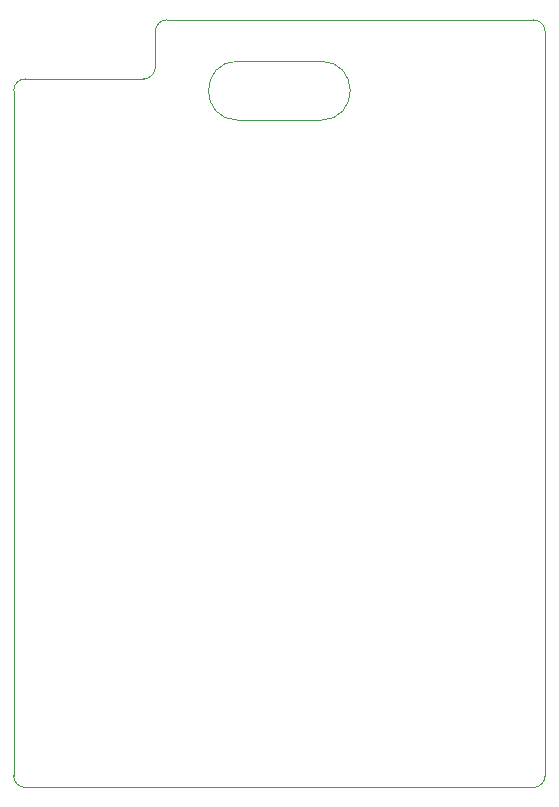
<source format=gko>
G04 #@! TF.GenerationSoftware,KiCad,Pcbnew,5.1.4-e60b266~84~ubuntu19.04.1*
G04 #@! TF.CreationDate,2019-10-10T20:23:52-06:00*
G04 #@! TF.ProjectId,Christmas Card,43687269-7374-46d6-9173-20436172642e,rev?*
G04 #@! TF.SameCoordinates,Original*
G04 #@! TF.FileFunction,Profile,NP*
%FSLAX46Y46*%
G04 Gerber Fmt 4.6, Leading zero omitted, Abs format (unit mm)*
G04 Created by KiCad (PCBNEW 5.1.4-e60b266~84~ubuntu19.04.1) date 2019-10-10 20:23:52*
%MOMM*%
%LPD*%
G04 APERTURE LIST*
%ADD10C,0.050000*%
G04 APERTURE END LIST*
D10*
X126000000Y-58500000D02*
X119000000Y-58500000D01*
X119000000Y-53500000D02*
X126000000Y-53500000D01*
X119000000Y-58500000D02*
G75*
G02X119000000Y-53500000I0J2500000D01*
G01*
X126000000Y-53500000D02*
G75*
G02X126000000Y-58500000I0J-2500000D01*
G01*
X100000000Y-56000000D02*
X100000000Y-114000000D01*
X112000000Y-54000000D02*
X112000000Y-51000000D01*
X101000000Y-55000000D02*
X111000000Y-55000000D01*
X144000000Y-115000000D02*
X101000000Y-115000000D01*
X145000000Y-51000000D02*
X145000000Y-114000000D01*
X113000000Y-50000000D02*
X144000000Y-50000000D01*
X112000000Y-51000000D02*
G75*
G02X113000000Y-50000000I1000000J0D01*
G01*
X112000000Y-54000000D02*
G75*
G02X111000000Y-55000000I-1000000J0D01*
G01*
X100000000Y-56000000D02*
G75*
G02X101000000Y-55000000I1000000J0D01*
G01*
X101000000Y-115000000D02*
G75*
G02X100000000Y-114000000I0J1000000D01*
G01*
X145000000Y-114000000D02*
G75*
G02X144000000Y-115000000I-1000000J0D01*
G01*
X144000000Y-50000000D02*
G75*
G02X145000000Y-51000000I0J-1000000D01*
G01*
M02*

</source>
